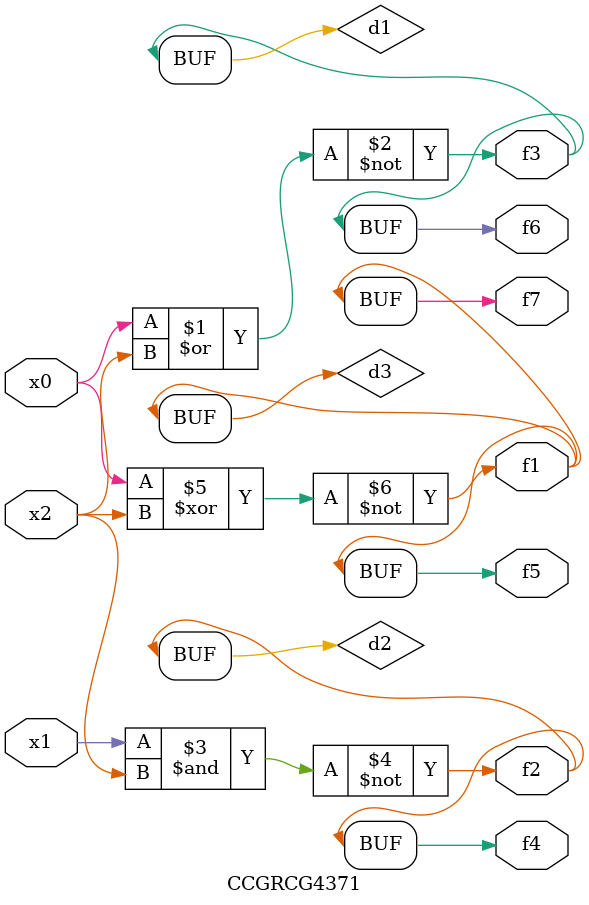
<source format=v>
module CCGRCG4371(
	input x0, x1, x2,
	output f1, f2, f3, f4, f5, f6, f7
);

	wire d1, d2, d3;

	nor (d1, x0, x2);
	nand (d2, x1, x2);
	xnor (d3, x0, x2);
	assign f1 = d3;
	assign f2 = d2;
	assign f3 = d1;
	assign f4 = d2;
	assign f5 = d3;
	assign f6 = d1;
	assign f7 = d3;
endmodule

</source>
